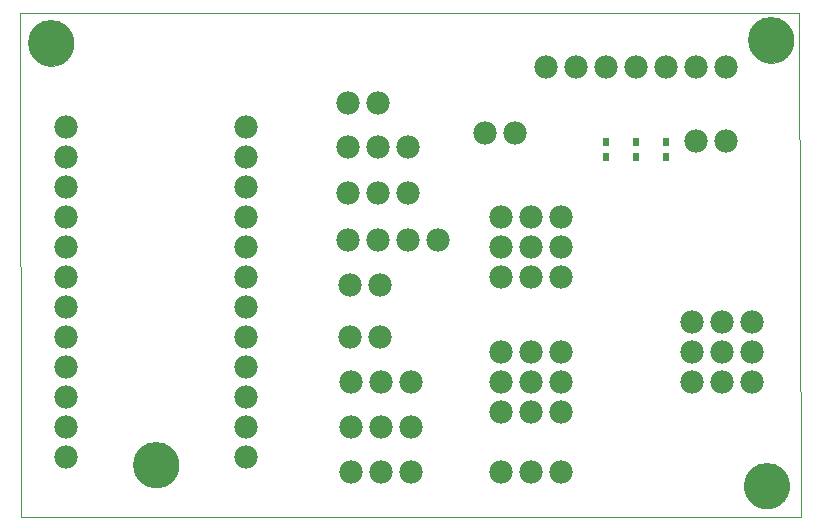
<source format=gts>
G75*
%MOIN*%
%OFA0B0*%
%FSLAX25Y25*%
%IPPOS*%
%LPD*%
%AMOC8*
5,1,8,0,0,1.08239X$1,22.5*
%
%ADD10C,0.00000*%
%ADD11C,0.15350*%
%ADD12C,0.07800*%
%ADD13R,0.02369X0.03156*%
D10*
X0006300Y0005560D02*
X0005800Y0173761D01*
X0265721Y0173761D01*
X0266221Y0005560D01*
X0006300Y0005560D01*
X0043825Y0023060D02*
X0043827Y0023243D01*
X0043834Y0023427D01*
X0043845Y0023610D01*
X0043861Y0023793D01*
X0043881Y0023975D01*
X0043906Y0024157D01*
X0043935Y0024338D01*
X0043969Y0024518D01*
X0044007Y0024698D01*
X0044049Y0024876D01*
X0044096Y0025054D01*
X0044147Y0025230D01*
X0044202Y0025405D01*
X0044262Y0025578D01*
X0044326Y0025750D01*
X0044394Y0025921D01*
X0044466Y0026089D01*
X0044543Y0026256D01*
X0044623Y0026421D01*
X0044708Y0026584D01*
X0044796Y0026744D01*
X0044888Y0026903D01*
X0044985Y0027059D01*
X0045085Y0027213D01*
X0045189Y0027364D01*
X0045296Y0027513D01*
X0045407Y0027659D01*
X0045522Y0027802D01*
X0045640Y0027942D01*
X0045761Y0028080D01*
X0045886Y0028214D01*
X0046014Y0028346D01*
X0046146Y0028474D01*
X0046280Y0028599D01*
X0046418Y0028720D01*
X0046558Y0028838D01*
X0046701Y0028953D01*
X0046847Y0029064D01*
X0046996Y0029171D01*
X0047147Y0029275D01*
X0047301Y0029375D01*
X0047457Y0029472D01*
X0047616Y0029564D01*
X0047776Y0029652D01*
X0047939Y0029737D01*
X0048104Y0029817D01*
X0048271Y0029894D01*
X0048439Y0029966D01*
X0048610Y0030034D01*
X0048782Y0030098D01*
X0048955Y0030158D01*
X0049130Y0030213D01*
X0049306Y0030264D01*
X0049484Y0030311D01*
X0049662Y0030353D01*
X0049842Y0030391D01*
X0050022Y0030425D01*
X0050203Y0030454D01*
X0050385Y0030479D01*
X0050567Y0030499D01*
X0050750Y0030515D01*
X0050933Y0030526D01*
X0051117Y0030533D01*
X0051300Y0030535D01*
X0051483Y0030533D01*
X0051667Y0030526D01*
X0051850Y0030515D01*
X0052033Y0030499D01*
X0052215Y0030479D01*
X0052397Y0030454D01*
X0052578Y0030425D01*
X0052758Y0030391D01*
X0052938Y0030353D01*
X0053116Y0030311D01*
X0053294Y0030264D01*
X0053470Y0030213D01*
X0053645Y0030158D01*
X0053818Y0030098D01*
X0053990Y0030034D01*
X0054161Y0029966D01*
X0054329Y0029894D01*
X0054496Y0029817D01*
X0054661Y0029737D01*
X0054824Y0029652D01*
X0054984Y0029564D01*
X0055143Y0029472D01*
X0055299Y0029375D01*
X0055453Y0029275D01*
X0055604Y0029171D01*
X0055753Y0029064D01*
X0055899Y0028953D01*
X0056042Y0028838D01*
X0056182Y0028720D01*
X0056320Y0028599D01*
X0056454Y0028474D01*
X0056586Y0028346D01*
X0056714Y0028214D01*
X0056839Y0028080D01*
X0056960Y0027942D01*
X0057078Y0027802D01*
X0057193Y0027659D01*
X0057304Y0027513D01*
X0057411Y0027364D01*
X0057515Y0027213D01*
X0057615Y0027059D01*
X0057712Y0026903D01*
X0057804Y0026744D01*
X0057892Y0026584D01*
X0057977Y0026421D01*
X0058057Y0026256D01*
X0058134Y0026089D01*
X0058206Y0025921D01*
X0058274Y0025750D01*
X0058338Y0025578D01*
X0058398Y0025405D01*
X0058453Y0025230D01*
X0058504Y0025054D01*
X0058551Y0024876D01*
X0058593Y0024698D01*
X0058631Y0024518D01*
X0058665Y0024338D01*
X0058694Y0024157D01*
X0058719Y0023975D01*
X0058739Y0023793D01*
X0058755Y0023610D01*
X0058766Y0023427D01*
X0058773Y0023243D01*
X0058775Y0023060D01*
X0058773Y0022877D01*
X0058766Y0022693D01*
X0058755Y0022510D01*
X0058739Y0022327D01*
X0058719Y0022145D01*
X0058694Y0021963D01*
X0058665Y0021782D01*
X0058631Y0021602D01*
X0058593Y0021422D01*
X0058551Y0021244D01*
X0058504Y0021066D01*
X0058453Y0020890D01*
X0058398Y0020715D01*
X0058338Y0020542D01*
X0058274Y0020370D01*
X0058206Y0020199D01*
X0058134Y0020031D01*
X0058057Y0019864D01*
X0057977Y0019699D01*
X0057892Y0019536D01*
X0057804Y0019376D01*
X0057712Y0019217D01*
X0057615Y0019061D01*
X0057515Y0018907D01*
X0057411Y0018756D01*
X0057304Y0018607D01*
X0057193Y0018461D01*
X0057078Y0018318D01*
X0056960Y0018178D01*
X0056839Y0018040D01*
X0056714Y0017906D01*
X0056586Y0017774D01*
X0056454Y0017646D01*
X0056320Y0017521D01*
X0056182Y0017400D01*
X0056042Y0017282D01*
X0055899Y0017167D01*
X0055753Y0017056D01*
X0055604Y0016949D01*
X0055453Y0016845D01*
X0055299Y0016745D01*
X0055143Y0016648D01*
X0054984Y0016556D01*
X0054824Y0016468D01*
X0054661Y0016383D01*
X0054496Y0016303D01*
X0054329Y0016226D01*
X0054161Y0016154D01*
X0053990Y0016086D01*
X0053818Y0016022D01*
X0053645Y0015962D01*
X0053470Y0015907D01*
X0053294Y0015856D01*
X0053116Y0015809D01*
X0052938Y0015767D01*
X0052758Y0015729D01*
X0052578Y0015695D01*
X0052397Y0015666D01*
X0052215Y0015641D01*
X0052033Y0015621D01*
X0051850Y0015605D01*
X0051667Y0015594D01*
X0051483Y0015587D01*
X0051300Y0015585D01*
X0051117Y0015587D01*
X0050933Y0015594D01*
X0050750Y0015605D01*
X0050567Y0015621D01*
X0050385Y0015641D01*
X0050203Y0015666D01*
X0050022Y0015695D01*
X0049842Y0015729D01*
X0049662Y0015767D01*
X0049484Y0015809D01*
X0049306Y0015856D01*
X0049130Y0015907D01*
X0048955Y0015962D01*
X0048782Y0016022D01*
X0048610Y0016086D01*
X0048439Y0016154D01*
X0048271Y0016226D01*
X0048104Y0016303D01*
X0047939Y0016383D01*
X0047776Y0016468D01*
X0047616Y0016556D01*
X0047457Y0016648D01*
X0047301Y0016745D01*
X0047147Y0016845D01*
X0046996Y0016949D01*
X0046847Y0017056D01*
X0046701Y0017167D01*
X0046558Y0017282D01*
X0046418Y0017400D01*
X0046280Y0017521D01*
X0046146Y0017646D01*
X0046014Y0017774D01*
X0045886Y0017906D01*
X0045761Y0018040D01*
X0045640Y0018178D01*
X0045522Y0018318D01*
X0045407Y0018461D01*
X0045296Y0018607D01*
X0045189Y0018756D01*
X0045085Y0018907D01*
X0044985Y0019061D01*
X0044888Y0019217D01*
X0044796Y0019376D01*
X0044708Y0019536D01*
X0044623Y0019699D01*
X0044543Y0019864D01*
X0044466Y0020031D01*
X0044394Y0020199D01*
X0044326Y0020370D01*
X0044262Y0020542D01*
X0044202Y0020715D01*
X0044147Y0020890D01*
X0044096Y0021066D01*
X0044049Y0021244D01*
X0044007Y0021422D01*
X0043969Y0021602D01*
X0043935Y0021782D01*
X0043906Y0021963D01*
X0043881Y0022145D01*
X0043861Y0022327D01*
X0043845Y0022510D01*
X0043834Y0022693D01*
X0043827Y0022877D01*
X0043825Y0023060D01*
X0247325Y0016060D02*
X0247327Y0016243D01*
X0247334Y0016427D01*
X0247345Y0016610D01*
X0247361Y0016793D01*
X0247381Y0016975D01*
X0247406Y0017157D01*
X0247435Y0017338D01*
X0247469Y0017518D01*
X0247507Y0017698D01*
X0247549Y0017876D01*
X0247596Y0018054D01*
X0247647Y0018230D01*
X0247702Y0018405D01*
X0247762Y0018578D01*
X0247826Y0018750D01*
X0247894Y0018921D01*
X0247966Y0019089D01*
X0248043Y0019256D01*
X0248123Y0019421D01*
X0248208Y0019584D01*
X0248296Y0019744D01*
X0248388Y0019903D01*
X0248485Y0020059D01*
X0248585Y0020213D01*
X0248689Y0020364D01*
X0248796Y0020513D01*
X0248907Y0020659D01*
X0249022Y0020802D01*
X0249140Y0020942D01*
X0249261Y0021080D01*
X0249386Y0021214D01*
X0249514Y0021346D01*
X0249646Y0021474D01*
X0249780Y0021599D01*
X0249918Y0021720D01*
X0250058Y0021838D01*
X0250201Y0021953D01*
X0250347Y0022064D01*
X0250496Y0022171D01*
X0250647Y0022275D01*
X0250801Y0022375D01*
X0250957Y0022472D01*
X0251116Y0022564D01*
X0251276Y0022652D01*
X0251439Y0022737D01*
X0251604Y0022817D01*
X0251771Y0022894D01*
X0251939Y0022966D01*
X0252110Y0023034D01*
X0252282Y0023098D01*
X0252455Y0023158D01*
X0252630Y0023213D01*
X0252806Y0023264D01*
X0252984Y0023311D01*
X0253162Y0023353D01*
X0253342Y0023391D01*
X0253522Y0023425D01*
X0253703Y0023454D01*
X0253885Y0023479D01*
X0254067Y0023499D01*
X0254250Y0023515D01*
X0254433Y0023526D01*
X0254617Y0023533D01*
X0254800Y0023535D01*
X0254983Y0023533D01*
X0255167Y0023526D01*
X0255350Y0023515D01*
X0255533Y0023499D01*
X0255715Y0023479D01*
X0255897Y0023454D01*
X0256078Y0023425D01*
X0256258Y0023391D01*
X0256438Y0023353D01*
X0256616Y0023311D01*
X0256794Y0023264D01*
X0256970Y0023213D01*
X0257145Y0023158D01*
X0257318Y0023098D01*
X0257490Y0023034D01*
X0257661Y0022966D01*
X0257829Y0022894D01*
X0257996Y0022817D01*
X0258161Y0022737D01*
X0258324Y0022652D01*
X0258484Y0022564D01*
X0258643Y0022472D01*
X0258799Y0022375D01*
X0258953Y0022275D01*
X0259104Y0022171D01*
X0259253Y0022064D01*
X0259399Y0021953D01*
X0259542Y0021838D01*
X0259682Y0021720D01*
X0259820Y0021599D01*
X0259954Y0021474D01*
X0260086Y0021346D01*
X0260214Y0021214D01*
X0260339Y0021080D01*
X0260460Y0020942D01*
X0260578Y0020802D01*
X0260693Y0020659D01*
X0260804Y0020513D01*
X0260911Y0020364D01*
X0261015Y0020213D01*
X0261115Y0020059D01*
X0261212Y0019903D01*
X0261304Y0019744D01*
X0261392Y0019584D01*
X0261477Y0019421D01*
X0261557Y0019256D01*
X0261634Y0019089D01*
X0261706Y0018921D01*
X0261774Y0018750D01*
X0261838Y0018578D01*
X0261898Y0018405D01*
X0261953Y0018230D01*
X0262004Y0018054D01*
X0262051Y0017876D01*
X0262093Y0017698D01*
X0262131Y0017518D01*
X0262165Y0017338D01*
X0262194Y0017157D01*
X0262219Y0016975D01*
X0262239Y0016793D01*
X0262255Y0016610D01*
X0262266Y0016427D01*
X0262273Y0016243D01*
X0262275Y0016060D01*
X0262273Y0015877D01*
X0262266Y0015693D01*
X0262255Y0015510D01*
X0262239Y0015327D01*
X0262219Y0015145D01*
X0262194Y0014963D01*
X0262165Y0014782D01*
X0262131Y0014602D01*
X0262093Y0014422D01*
X0262051Y0014244D01*
X0262004Y0014066D01*
X0261953Y0013890D01*
X0261898Y0013715D01*
X0261838Y0013542D01*
X0261774Y0013370D01*
X0261706Y0013199D01*
X0261634Y0013031D01*
X0261557Y0012864D01*
X0261477Y0012699D01*
X0261392Y0012536D01*
X0261304Y0012376D01*
X0261212Y0012217D01*
X0261115Y0012061D01*
X0261015Y0011907D01*
X0260911Y0011756D01*
X0260804Y0011607D01*
X0260693Y0011461D01*
X0260578Y0011318D01*
X0260460Y0011178D01*
X0260339Y0011040D01*
X0260214Y0010906D01*
X0260086Y0010774D01*
X0259954Y0010646D01*
X0259820Y0010521D01*
X0259682Y0010400D01*
X0259542Y0010282D01*
X0259399Y0010167D01*
X0259253Y0010056D01*
X0259104Y0009949D01*
X0258953Y0009845D01*
X0258799Y0009745D01*
X0258643Y0009648D01*
X0258484Y0009556D01*
X0258324Y0009468D01*
X0258161Y0009383D01*
X0257996Y0009303D01*
X0257829Y0009226D01*
X0257661Y0009154D01*
X0257490Y0009086D01*
X0257318Y0009022D01*
X0257145Y0008962D01*
X0256970Y0008907D01*
X0256794Y0008856D01*
X0256616Y0008809D01*
X0256438Y0008767D01*
X0256258Y0008729D01*
X0256078Y0008695D01*
X0255897Y0008666D01*
X0255715Y0008641D01*
X0255533Y0008621D01*
X0255350Y0008605D01*
X0255167Y0008594D01*
X0254983Y0008587D01*
X0254800Y0008585D01*
X0254617Y0008587D01*
X0254433Y0008594D01*
X0254250Y0008605D01*
X0254067Y0008621D01*
X0253885Y0008641D01*
X0253703Y0008666D01*
X0253522Y0008695D01*
X0253342Y0008729D01*
X0253162Y0008767D01*
X0252984Y0008809D01*
X0252806Y0008856D01*
X0252630Y0008907D01*
X0252455Y0008962D01*
X0252282Y0009022D01*
X0252110Y0009086D01*
X0251939Y0009154D01*
X0251771Y0009226D01*
X0251604Y0009303D01*
X0251439Y0009383D01*
X0251276Y0009468D01*
X0251116Y0009556D01*
X0250957Y0009648D01*
X0250801Y0009745D01*
X0250647Y0009845D01*
X0250496Y0009949D01*
X0250347Y0010056D01*
X0250201Y0010167D01*
X0250058Y0010282D01*
X0249918Y0010400D01*
X0249780Y0010521D01*
X0249646Y0010646D01*
X0249514Y0010774D01*
X0249386Y0010906D01*
X0249261Y0011040D01*
X0249140Y0011178D01*
X0249022Y0011318D01*
X0248907Y0011461D01*
X0248796Y0011607D01*
X0248689Y0011756D01*
X0248585Y0011907D01*
X0248485Y0012061D01*
X0248388Y0012217D01*
X0248296Y0012376D01*
X0248208Y0012536D01*
X0248123Y0012699D01*
X0248043Y0012864D01*
X0247966Y0013031D01*
X0247894Y0013199D01*
X0247826Y0013370D01*
X0247762Y0013542D01*
X0247702Y0013715D01*
X0247647Y0013890D01*
X0247596Y0014066D01*
X0247549Y0014244D01*
X0247507Y0014422D01*
X0247469Y0014602D01*
X0247435Y0014782D01*
X0247406Y0014963D01*
X0247381Y0015145D01*
X0247361Y0015327D01*
X0247345Y0015510D01*
X0247334Y0015693D01*
X0247327Y0015877D01*
X0247325Y0016060D01*
X0248825Y0164560D02*
X0248827Y0164743D01*
X0248834Y0164927D01*
X0248845Y0165110D01*
X0248861Y0165293D01*
X0248881Y0165475D01*
X0248906Y0165657D01*
X0248935Y0165838D01*
X0248969Y0166018D01*
X0249007Y0166198D01*
X0249049Y0166376D01*
X0249096Y0166554D01*
X0249147Y0166730D01*
X0249202Y0166905D01*
X0249262Y0167078D01*
X0249326Y0167250D01*
X0249394Y0167421D01*
X0249466Y0167589D01*
X0249543Y0167756D01*
X0249623Y0167921D01*
X0249708Y0168084D01*
X0249796Y0168244D01*
X0249888Y0168403D01*
X0249985Y0168559D01*
X0250085Y0168713D01*
X0250189Y0168864D01*
X0250296Y0169013D01*
X0250407Y0169159D01*
X0250522Y0169302D01*
X0250640Y0169442D01*
X0250761Y0169580D01*
X0250886Y0169714D01*
X0251014Y0169846D01*
X0251146Y0169974D01*
X0251280Y0170099D01*
X0251418Y0170220D01*
X0251558Y0170338D01*
X0251701Y0170453D01*
X0251847Y0170564D01*
X0251996Y0170671D01*
X0252147Y0170775D01*
X0252301Y0170875D01*
X0252457Y0170972D01*
X0252616Y0171064D01*
X0252776Y0171152D01*
X0252939Y0171237D01*
X0253104Y0171317D01*
X0253271Y0171394D01*
X0253439Y0171466D01*
X0253610Y0171534D01*
X0253782Y0171598D01*
X0253955Y0171658D01*
X0254130Y0171713D01*
X0254306Y0171764D01*
X0254484Y0171811D01*
X0254662Y0171853D01*
X0254842Y0171891D01*
X0255022Y0171925D01*
X0255203Y0171954D01*
X0255385Y0171979D01*
X0255567Y0171999D01*
X0255750Y0172015D01*
X0255933Y0172026D01*
X0256117Y0172033D01*
X0256300Y0172035D01*
X0256483Y0172033D01*
X0256667Y0172026D01*
X0256850Y0172015D01*
X0257033Y0171999D01*
X0257215Y0171979D01*
X0257397Y0171954D01*
X0257578Y0171925D01*
X0257758Y0171891D01*
X0257938Y0171853D01*
X0258116Y0171811D01*
X0258294Y0171764D01*
X0258470Y0171713D01*
X0258645Y0171658D01*
X0258818Y0171598D01*
X0258990Y0171534D01*
X0259161Y0171466D01*
X0259329Y0171394D01*
X0259496Y0171317D01*
X0259661Y0171237D01*
X0259824Y0171152D01*
X0259984Y0171064D01*
X0260143Y0170972D01*
X0260299Y0170875D01*
X0260453Y0170775D01*
X0260604Y0170671D01*
X0260753Y0170564D01*
X0260899Y0170453D01*
X0261042Y0170338D01*
X0261182Y0170220D01*
X0261320Y0170099D01*
X0261454Y0169974D01*
X0261586Y0169846D01*
X0261714Y0169714D01*
X0261839Y0169580D01*
X0261960Y0169442D01*
X0262078Y0169302D01*
X0262193Y0169159D01*
X0262304Y0169013D01*
X0262411Y0168864D01*
X0262515Y0168713D01*
X0262615Y0168559D01*
X0262712Y0168403D01*
X0262804Y0168244D01*
X0262892Y0168084D01*
X0262977Y0167921D01*
X0263057Y0167756D01*
X0263134Y0167589D01*
X0263206Y0167421D01*
X0263274Y0167250D01*
X0263338Y0167078D01*
X0263398Y0166905D01*
X0263453Y0166730D01*
X0263504Y0166554D01*
X0263551Y0166376D01*
X0263593Y0166198D01*
X0263631Y0166018D01*
X0263665Y0165838D01*
X0263694Y0165657D01*
X0263719Y0165475D01*
X0263739Y0165293D01*
X0263755Y0165110D01*
X0263766Y0164927D01*
X0263773Y0164743D01*
X0263775Y0164560D01*
X0263773Y0164377D01*
X0263766Y0164193D01*
X0263755Y0164010D01*
X0263739Y0163827D01*
X0263719Y0163645D01*
X0263694Y0163463D01*
X0263665Y0163282D01*
X0263631Y0163102D01*
X0263593Y0162922D01*
X0263551Y0162744D01*
X0263504Y0162566D01*
X0263453Y0162390D01*
X0263398Y0162215D01*
X0263338Y0162042D01*
X0263274Y0161870D01*
X0263206Y0161699D01*
X0263134Y0161531D01*
X0263057Y0161364D01*
X0262977Y0161199D01*
X0262892Y0161036D01*
X0262804Y0160876D01*
X0262712Y0160717D01*
X0262615Y0160561D01*
X0262515Y0160407D01*
X0262411Y0160256D01*
X0262304Y0160107D01*
X0262193Y0159961D01*
X0262078Y0159818D01*
X0261960Y0159678D01*
X0261839Y0159540D01*
X0261714Y0159406D01*
X0261586Y0159274D01*
X0261454Y0159146D01*
X0261320Y0159021D01*
X0261182Y0158900D01*
X0261042Y0158782D01*
X0260899Y0158667D01*
X0260753Y0158556D01*
X0260604Y0158449D01*
X0260453Y0158345D01*
X0260299Y0158245D01*
X0260143Y0158148D01*
X0259984Y0158056D01*
X0259824Y0157968D01*
X0259661Y0157883D01*
X0259496Y0157803D01*
X0259329Y0157726D01*
X0259161Y0157654D01*
X0258990Y0157586D01*
X0258818Y0157522D01*
X0258645Y0157462D01*
X0258470Y0157407D01*
X0258294Y0157356D01*
X0258116Y0157309D01*
X0257938Y0157267D01*
X0257758Y0157229D01*
X0257578Y0157195D01*
X0257397Y0157166D01*
X0257215Y0157141D01*
X0257033Y0157121D01*
X0256850Y0157105D01*
X0256667Y0157094D01*
X0256483Y0157087D01*
X0256300Y0157085D01*
X0256117Y0157087D01*
X0255933Y0157094D01*
X0255750Y0157105D01*
X0255567Y0157121D01*
X0255385Y0157141D01*
X0255203Y0157166D01*
X0255022Y0157195D01*
X0254842Y0157229D01*
X0254662Y0157267D01*
X0254484Y0157309D01*
X0254306Y0157356D01*
X0254130Y0157407D01*
X0253955Y0157462D01*
X0253782Y0157522D01*
X0253610Y0157586D01*
X0253439Y0157654D01*
X0253271Y0157726D01*
X0253104Y0157803D01*
X0252939Y0157883D01*
X0252776Y0157968D01*
X0252616Y0158056D01*
X0252457Y0158148D01*
X0252301Y0158245D01*
X0252147Y0158345D01*
X0251996Y0158449D01*
X0251847Y0158556D01*
X0251701Y0158667D01*
X0251558Y0158782D01*
X0251418Y0158900D01*
X0251280Y0159021D01*
X0251146Y0159146D01*
X0251014Y0159274D01*
X0250886Y0159406D01*
X0250761Y0159540D01*
X0250640Y0159678D01*
X0250522Y0159818D01*
X0250407Y0159961D01*
X0250296Y0160107D01*
X0250189Y0160256D01*
X0250085Y0160407D01*
X0249985Y0160561D01*
X0249888Y0160717D01*
X0249796Y0160876D01*
X0249708Y0161036D01*
X0249623Y0161199D01*
X0249543Y0161364D01*
X0249466Y0161531D01*
X0249394Y0161699D01*
X0249326Y0161870D01*
X0249262Y0162042D01*
X0249202Y0162215D01*
X0249147Y0162390D01*
X0249096Y0162566D01*
X0249049Y0162744D01*
X0249007Y0162922D01*
X0248969Y0163102D01*
X0248935Y0163282D01*
X0248906Y0163463D01*
X0248881Y0163645D01*
X0248861Y0163827D01*
X0248845Y0164010D01*
X0248834Y0164193D01*
X0248827Y0164377D01*
X0248825Y0164560D01*
X0008825Y0163560D02*
X0008827Y0163743D01*
X0008834Y0163927D01*
X0008845Y0164110D01*
X0008861Y0164293D01*
X0008881Y0164475D01*
X0008906Y0164657D01*
X0008935Y0164838D01*
X0008969Y0165018D01*
X0009007Y0165198D01*
X0009049Y0165376D01*
X0009096Y0165554D01*
X0009147Y0165730D01*
X0009202Y0165905D01*
X0009262Y0166078D01*
X0009326Y0166250D01*
X0009394Y0166421D01*
X0009466Y0166589D01*
X0009543Y0166756D01*
X0009623Y0166921D01*
X0009708Y0167084D01*
X0009796Y0167244D01*
X0009888Y0167403D01*
X0009985Y0167559D01*
X0010085Y0167713D01*
X0010189Y0167864D01*
X0010296Y0168013D01*
X0010407Y0168159D01*
X0010522Y0168302D01*
X0010640Y0168442D01*
X0010761Y0168580D01*
X0010886Y0168714D01*
X0011014Y0168846D01*
X0011146Y0168974D01*
X0011280Y0169099D01*
X0011418Y0169220D01*
X0011558Y0169338D01*
X0011701Y0169453D01*
X0011847Y0169564D01*
X0011996Y0169671D01*
X0012147Y0169775D01*
X0012301Y0169875D01*
X0012457Y0169972D01*
X0012616Y0170064D01*
X0012776Y0170152D01*
X0012939Y0170237D01*
X0013104Y0170317D01*
X0013271Y0170394D01*
X0013439Y0170466D01*
X0013610Y0170534D01*
X0013782Y0170598D01*
X0013955Y0170658D01*
X0014130Y0170713D01*
X0014306Y0170764D01*
X0014484Y0170811D01*
X0014662Y0170853D01*
X0014842Y0170891D01*
X0015022Y0170925D01*
X0015203Y0170954D01*
X0015385Y0170979D01*
X0015567Y0170999D01*
X0015750Y0171015D01*
X0015933Y0171026D01*
X0016117Y0171033D01*
X0016300Y0171035D01*
X0016483Y0171033D01*
X0016667Y0171026D01*
X0016850Y0171015D01*
X0017033Y0170999D01*
X0017215Y0170979D01*
X0017397Y0170954D01*
X0017578Y0170925D01*
X0017758Y0170891D01*
X0017938Y0170853D01*
X0018116Y0170811D01*
X0018294Y0170764D01*
X0018470Y0170713D01*
X0018645Y0170658D01*
X0018818Y0170598D01*
X0018990Y0170534D01*
X0019161Y0170466D01*
X0019329Y0170394D01*
X0019496Y0170317D01*
X0019661Y0170237D01*
X0019824Y0170152D01*
X0019984Y0170064D01*
X0020143Y0169972D01*
X0020299Y0169875D01*
X0020453Y0169775D01*
X0020604Y0169671D01*
X0020753Y0169564D01*
X0020899Y0169453D01*
X0021042Y0169338D01*
X0021182Y0169220D01*
X0021320Y0169099D01*
X0021454Y0168974D01*
X0021586Y0168846D01*
X0021714Y0168714D01*
X0021839Y0168580D01*
X0021960Y0168442D01*
X0022078Y0168302D01*
X0022193Y0168159D01*
X0022304Y0168013D01*
X0022411Y0167864D01*
X0022515Y0167713D01*
X0022615Y0167559D01*
X0022712Y0167403D01*
X0022804Y0167244D01*
X0022892Y0167084D01*
X0022977Y0166921D01*
X0023057Y0166756D01*
X0023134Y0166589D01*
X0023206Y0166421D01*
X0023274Y0166250D01*
X0023338Y0166078D01*
X0023398Y0165905D01*
X0023453Y0165730D01*
X0023504Y0165554D01*
X0023551Y0165376D01*
X0023593Y0165198D01*
X0023631Y0165018D01*
X0023665Y0164838D01*
X0023694Y0164657D01*
X0023719Y0164475D01*
X0023739Y0164293D01*
X0023755Y0164110D01*
X0023766Y0163927D01*
X0023773Y0163743D01*
X0023775Y0163560D01*
X0023773Y0163377D01*
X0023766Y0163193D01*
X0023755Y0163010D01*
X0023739Y0162827D01*
X0023719Y0162645D01*
X0023694Y0162463D01*
X0023665Y0162282D01*
X0023631Y0162102D01*
X0023593Y0161922D01*
X0023551Y0161744D01*
X0023504Y0161566D01*
X0023453Y0161390D01*
X0023398Y0161215D01*
X0023338Y0161042D01*
X0023274Y0160870D01*
X0023206Y0160699D01*
X0023134Y0160531D01*
X0023057Y0160364D01*
X0022977Y0160199D01*
X0022892Y0160036D01*
X0022804Y0159876D01*
X0022712Y0159717D01*
X0022615Y0159561D01*
X0022515Y0159407D01*
X0022411Y0159256D01*
X0022304Y0159107D01*
X0022193Y0158961D01*
X0022078Y0158818D01*
X0021960Y0158678D01*
X0021839Y0158540D01*
X0021714Y0158406D01*
X0021586Y0158274D01*
X0021454Y0158146D01*
X0021320Y0158021D01*
X0021182Y0157900D01*
X0021042Y0157782D01*
X0020899Y0157667D01*
X0020753Y0157556D01*
X0020604Y0157449D01*
X0020453Y0157345D01*
X0020299Y0157245D01*
X0020143Y0157148D01*
X0019984Y0157056D01*
X0019824Y0156968D01*
X0019661Y0156883D01*
X0019496Y0156803D01*
X0019329Y0156726D01*
X0019161Y0156654D01*
X0018990Y0156586D01*
X0018818Y0156522D01*
X0018645Y0156462D01*
X0018470Y0156407D01*
X0018294Y0156356D01*
X0018116Y0156309D01*
X0017938Y0156267D01*
X0017758Y0156229D01*
X0017578Y0156195D01*
X0017397Y0156166D01*
X0017215Y0156141D01*
X0017033Y0156121D01*
X0016850Y0156105D01*
X0016667Y0156094D01*
X0016483Y0156087D01*
X0016300Y0156085D01*
X0016117Y0156087D01*
X0015933Y0156094D01*
X0015750Y0156105D01*
X0015567Y0156121D01*
X0015385Y0156141D01*
X0015203Y0156166D01*
X0015022Y0156195D01*
X0014842Y0156229D01*
X0014662Y0156267D01*
X0014484Y0156309D01*
X0014306Y0156356D01*
X0014130Y0156407D01*
X0013955Y0156462D01*
X0013782Y0156522D01*
X0013610Y0156586D01*
X0013439Y0156654D01*
X0013271Y0156726D01*
X0013104Y0156803D01*
X0012939Y0156883D01*
X0012776Y0156968D01*
X0012616Y0157056D01*
X0012457Y0157148D01*
X0012301Y0157245D01*
X0012147Y0157345D01*
X0011996Y0157449D01*
X0011847Y0157556D01*
X0011701Y0157667D01*
X0011558Y0157782D01*
X0011418Y0157900D01*
X0011280Y0158021D01*
X0011146Y0158146D01*
X0011014Y0158274D01*
X0010886Y0158406D01*
X0010761Y0158540D01*
X0010640Y0158678D01*
X0010522Y0158818D01*
X0010407Y0158961D01*
X0010296Y0159107D01*
X0010189Y0159256D01*
X0010085Y0159407D01*
X0009985Y0159561D01*
X0009888Y0159717D01*
X0009796Y0159876D01*
X0009708Y0160036D01*
X0009623Y0160199D01*
X0009543Y0160364D01*
X0009466Y0160531D01*
X0009394Y0160699D01*
X0009326Y0160870D01*
X0009262Y0161042D01*
X0009202Y0161215D01*
X0009147Y0161390D01*
X0009096Y0161566D01*
X0009049Y0161744D01*
X0009007Y0161922D01*
X0008969Y0162102D01*
X0008935Y0162282D01*
X0008906Y0162463D01*
X0008881Y0162645D01*
X0008861Y0162827D01*
X0008845Y0163010D01*
X0008834Y0163193D01*
X0008827Y0163377D01*
X0008825Y0163560D01*
D11*
X0016300Y0163560D03*
X0051300Y0023060D03*
X0254800Y0016060D03*
X0256300Y0164560D03*
D12*
X0241300Y0155560D03*
X0231300Y0155560D03*
X0221300Y0155560D03*
X0211300Y0155560D03*
X0201300Y0155560D03*
X0191300Y0155560D03*
X0181300Y0155560D03*
X0170800Y0133560D03*
X0160800Y0133560D03*
X0135300Y0129060D03*
X0125300Y0129060D03*
X0115300Y0129060D03*
X0115300Y0113560D03*
X0125300Y0113560D03*
X0135300Y0113560D03*
X0135300Y0098060D03*
X0125300Y0098060D03*
X0115300Y0098060D03*
X0115800Y0083060D03*
X0125800Y0083060D03*
X0125800Y0065560D03*
X0115800Y0065560D03*
X0116300Y0050560D03*
X0126300Y0050560D03*
X0136300Y0050560D03*
X0136300Y0035560D03*
X0126300Y0035560D03*
X0116300Y0035560D03*
X0116300Y0020560D03*
X0126300Y0020560D03*
X0136300Y0020560D03*
X0166300Y0020560D03*
X0176300Y0020560D03*
X0186300Y0020560D03*
X0186300Y0040560D03*
X0176300Y0040560D03*
X0166300Y0040560D03*
X0166300Y0050560D03*
X0176300Y0050560D03*
X0186300Y0050560D03*
X0186300Y0060560D03*
X0176300Y0060560D03*
X0166300Y0060560D03*
X0166300Y0085560D03*
X0176300Y0085560D03*
X0186300Y0085560D03*
X0186300Y0095560D03*
X0176300Y0095560D03*
X0166300Y0095560D03*
X0166300Y0105560D03*
X0176300Y0105560D03*
X0186300Y0105560D03*
X0145300Y0098060D03*
X0081300Y0095560D03*
X0081300Y0105560D03*
X0081300Y0115560D03*
X0081300Y0125560D03*
X0081300Y0135560D03*
X0115300Y0143560D03*
X0125300Y0143560D03*
X0081300Y0085560D03*
X0081300Y0075560D03*
X0081300Y0065560D03*
X0081300Y0055560D03*
X0081300Y0045560D03*
X0081300Y0035560D03*
X0081300Y0025560D03*
X0021300Y0025560D03*
X0021300Y0035560D03*
X0021300Y0045560D03*
X0021300Y0055560D03*
X0021300Y0065560D03*
X0021300Y0075560D03*
X0021300Y0085560D03*
X0021300Y0095560D03*
X0021300Y0105560D03*
X0021300Y0115560D03*
X0021300Y0125560D03*
X0021300Y0135560D03*
X0231300Y0131060D03*
X0241300Y0131060D03*
X0239800Y0070560D03*
X0229800Y0070560D03*
X0229800Y0060560D03*
X0239800Y0060560D03*
X0249800Y0060560D03*
X0249800Y0070560D03*
X0249800Y0050560D03*
X0239800Y0050560D03*
X0229800Y0050560D03*
D13*
X0221300Y0125698D03*
X0221300Y0130816D03*
X0211300Y0130816D03*
X0211300Y0125698D03*
X0201300Y0125698D03*
X0201300Y0130816D03*
M02*

</source>
